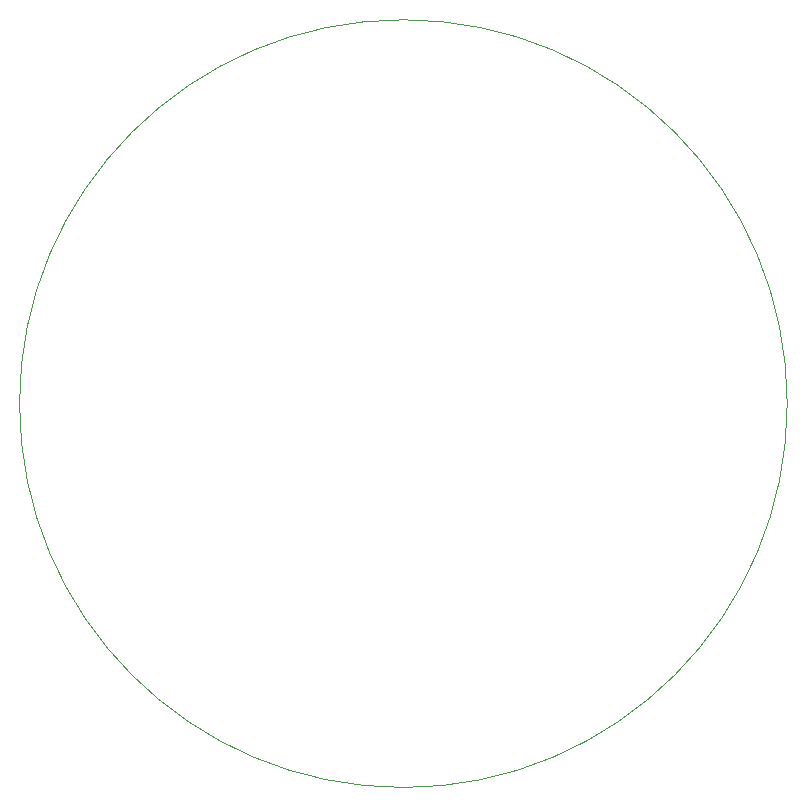
<source format=gbr>
%TF.GenerationSoftware,KiCad,Pcbnew,9.0.0*%
%TF.CreationDate,2025-03-25T15:05:36+01:00*%
%TF.ProjectId,LEDstripCtrl,4c454473-7472-4697-9043-74726c2e6b69,rev?*%
%TF.SameCoordinates,Original*%
%TF.FileFunction,Profile,NP*%
%FSLAX46Y46*%
G04 Gerber Fmt 4.6, Leading zero omitted, Abs format (unit mm)*
G04 Created by KiCad (PCBNEW 9.0.0) date 2025-03-25 15:05:36*
%MOMM*%
%LPD*%
G01*
G04 APERTURE LIST*
%TA.AperFunction,Profile*%
%ADD10C,0.050000*%
%TD*%
G04 APERTURE END LIST*
D10*
X180950000Y-110800000D02*
G75*
G02*
X115950000Y-110800000I-32500000J0D01*
G01*
X115950000Y-110800000D02*
G75*
G02*
X180950000Y-110800000I32500000J0D01*
G01*
M02*

</source>
